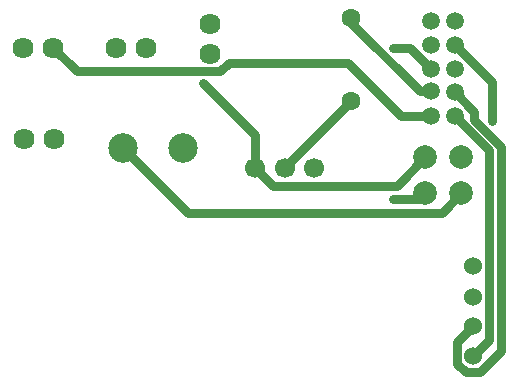
<source format=gbl>
G04 Layer: BottomLayer*
G04 EasyEDA v6.4.14, 2021-02-16T08:34:30--8:00*
G04 f15f27c0a9244bc199848a9b762d9fb5,debd25b7e7f645e7808fdd9718494454,10*
G04 Gerber Generator version 0.2*
G04 Scale: 100 percent, Rotated: No, Reflected: No *
G04 Dimensions in millimeters *
G04 leading zeros omitted , absolute positions ,4 integer and 5 decimal *
%FSLAX45Y45*%
%MOMM*%

%ADD11C,0.8000*%
%ADD12C,0.6100*%
%ADD16C,2.0000*%
%ADD17C,1.7880*%
%ADD18C,2.5000*%
%ADD19C,1.5240*%
%ADD20C,1.7000*%
%ADD21C,1.5000*%
%ADD22C,1.6000*%

%LPD*%
D11*
X3129498Y3324565D02*
G01*
X3129498Y3285449D01*
X3706840Y2708361D01*
X3802598Y2708361D01*
X3129498Y2624541D02*
G01*
X2566888Y2061931D01*
X2566888Y2056089D01*
X4158198Y464271D02*
G01*
X4292310Y598383D01*
X4292310Y2205949D01*
X4002496Y2495509D01*
X4002496Y2498303D01*
X4158198Y719287D02*
G01*
X4025864Y586699D01*
X4025864Y400263D01*
X4096476Y329651D01*
X4215602Y329651D01*
X4396704Y510753D01*
X4396704Y2237699D01*
X4167342Y2467061D01*
X4167342Y2533609D01*
X4002496Y2698455D01*
X4002496Y3098251D02*
G01*
X4316440Y2784307D01*
X4316440Y2454107D01*
X3802598Y2898353D02*
G01*
X3628862Y3072089D01*
X3479256Y3072089D01*
X3802598Y2498303D02*
G01*
X3545804Y2498303D01*
X3098256Y2946105D01*
X2091908Y2946105D01*
X2021042Y2875239D01*
X803112Y2875239D01*
X602198Y3076153D01*
X3481288Y1794723D02*
G01*
X3702268Y1794723D01*
X3751798Y1844253D01*
X1199098Y2225253D02*
G01*
X1744182Y1680169D01*
X3892768Y1680169D01*
X4056598Y1844253D01*
X2316952Y2056089D02*
G01*
X2316952Y2335235D01*
X1872960Y2778973D01*
X2316952Y2056089D02*
G01*
X2463764Y1909023D01*
X3511768Y1909023D01*
X3751798Y2149053D01*
D16*
G01*
X3751798Y2149053D03*
G01*
X4056598Y2149053D03*
G01*
X4056598Y1844253D03*
G01*
X3751798Y1844253D03*
D17*
G01*
X1389598Y3076153D03*
G01*
X1135598Y3076153D03*
G01*
X614898Y2301453D03*
G01*
X360898Y2301453D03*
G01*
X602198Y3076153D03*
G01*
X348198Y3076153D03*
G01*
X1935698Y3025353D03*
G01*
X1935698Y3279353D03*
D18*
G01*
X1707098Y2225253D03*
G01*
X1199098Y2225253D03*
D19*
G01*
X4158198Y966175D03*
G01*
X4157385Y1226271D03*
G01*
X4158198Y719287D03*
G01*
X4158198Y464271D03*
D20*
G01*
X2817002Y2055987D03*
G01*
X2566812Y2055987D03*
G01*
X2316876Y2055987D03*
D21*
G01*
X3802598Y2498354D03*
G01*
X3802598Y2708361D03*
G01*
X3802598Y2898353D03*
G01*
X3802598Y3098352D03*
G01*
X3802598Y3298352D03*
G01*
X4002598Y3098352D03*
G01*
X4002598Y2898353D03*
G01*
X4002598Y3298352D03*
G01*
X4002598Y2698353D03*
G01*
X4002598Y2498354D03*
D22*
G01*
X3129498Y2624541D03*
G01*
X3129498Y3324539D03*
D12*
G01*
X4316440Y2454107D03*
G01*
X3479256Y3072089D03*
G01*
X3481288Y1794723D03*
G01*
X1872960Y2778973D03*
M02*

</source>
